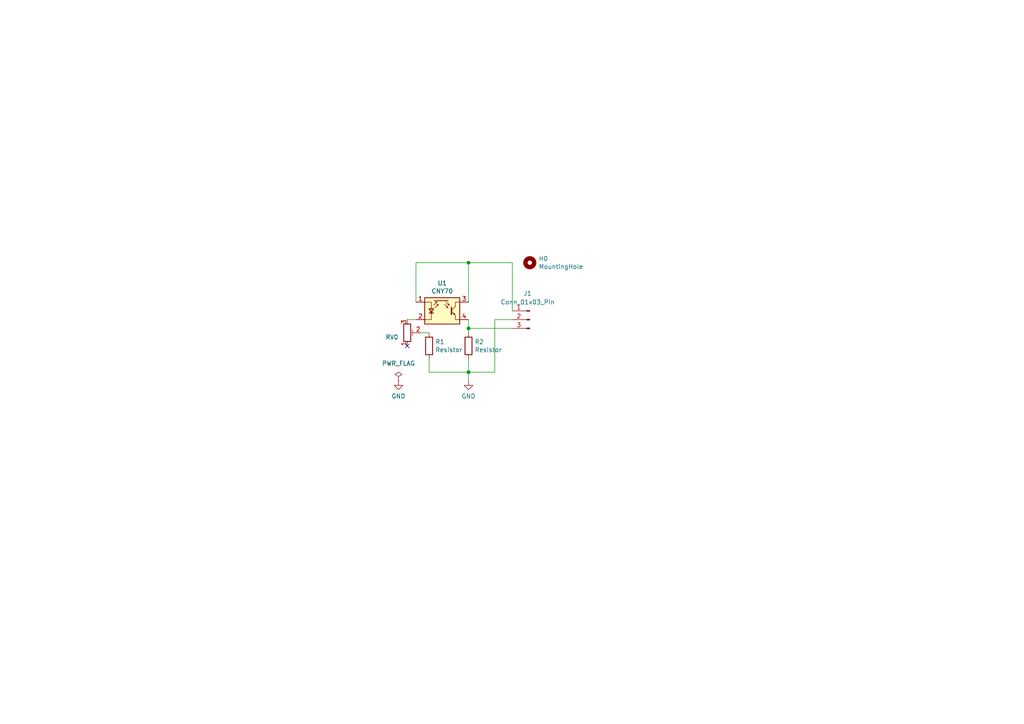
<source format=kicad_sch>
(kicad_sch (version 20231120) (generator "eeschema") (generator_version "8.0")
  (paper "A4")
  (lib_symbols
    (symbol "Connector:Conn_01x03_Pin" (pin_names (offset 1.016) hide)
      (property "Reference" "J" (at 0 5.08 0))
      (property "Value" "Conn_01x03_Pin" (at 0 -5.08 0))
      (symbol "Conn_01x03_Pin_1_1"
        (polyline (pts (xy 1.27 -2.54) (xy 0.8636 -2.54)) (stroke (width 0.1524)))
        (polyline (pts (xy 1.27 0) (xy 0.8636 0)) (stroke (width 0.1524)))
        (polyline (pts (xy 1.27 2.54) (xy 0.8636 2.54)) (stroke (width 0.1524)))
        (rectangle (start 0.8636 -2.413) (end 0 -2.667) (stroke (width 0.1524)) (fill (type outline)))
        (rectangle (start 0.8636 0.127) (end 0 -0.127) (stroke (width 0.1524)) (fill (type outline)))
        (rectangle (start 0.8636 2.667) (end 0 2.413) (stroke (width 0.1524)) (fill (type outline)))
        (pin passive line (at 5.08 2.54 180) (length 3.81) (name "Pin_1") (number "1"))
        (pin passive line (at 5.08 0 180) (length 3.81) (name "Pin_2") (number "2"))
        (pin passive line (at 5.08 -2.54 180) (length 3.81) (name "Pin_3") (number "3"))
      )
    )
    (symbol "Device:R" (pin_numbers hide) (pin_names (offset 0))
      (property "Reference" "R" (at 2.032 0 90))
      (property "Value" "R" (at 0 0 90))
      (symbol "R_0_1"
        (rectangle (start -1.016 -2.54) (end 1.016 2.54) (stroke (width 0.254)))
      )
      (symbol "R_1_1"
        (pin passive line (at 0 3.81 270) (length 1.27) (name "~") (number "1"))
        (pin passive line (at 0 -3.81 90) (length 1.27) (name "~") (number "2"))
      )
    )
    (symbol "Device:R_Potentiometer_Trim" (pin_names (offset 1.016) hide)
      (property "Reference" "RV" (at -4.445 0 90))
      (property "Value" "R_Potentiometer_Trim" (at -2.54 0 90))
      (symbol "R_Potentiometer_Trim_0_1"
        (polyline (pts (xy 1.524 0.762) (xy 1.524 -0.762)))
        (polyline (pts (xy 2.54 0) (xy 1.524 0)))
        (rectangle (start 1.016 2.54) (end -1.016 -2.54) (stroke (width 0.254)))
      )
      (symbol "R_Potentiometer_Trim_1_1"
        (pin passive line (at 0 3.81 270) (length 1.27) (name "1") (number "1"))
        (pin passive line (at 3.81 0 180) (length 1.27) (name "2") (number "2"))
        (pin passive line (at 0 -3.81 90) (length 1.27) (name "3") (number "3"))
      )
    )
    (symbol "GND_1" (power) (pin_numbers hide) (pin_names (offset 0) hide)
      (property "Value" "GND" (at 0 -3.81 0))
      (symbol "GND_1_0_1"
        (polyline (pts (xy 0 0) (xy 0 -1.27) (xy 1.27 -1.27) (xy 0 -2.54) (xy -1.27 -1.27) (xy 0 -1.27)))
      )
      (symbol "GND_1_1_1"
        (pin power_in line (at 0 0 270) (length 0) (name "~") (number "1"))
      )
    )
    (symbol "Mechanical:MountingHole" (pin_names (offset 1.016))
      (property "Reference" "H" (at 0 5.08 0))
      (property "Value" "MountingHole" (at 0 3.175 0))
      (symbol "MountingHole_0_1"
        (circle (center 0 0) (radius 1.27) (stroke (width 1.27)))
      )
    )
    (symbol "PWR_FLAG_1" (power) (pin_numbers hide) (pin_names (offset 0) hide)
      (property "Value" "PWR_FLAG" (at 0 3.81 0))
      (symbol "PWR_FLAG_1_0_0"
        (pin power_out line (at 0 0 90) (length 0) (name "~") (number "1"))
      )
      (symbol "PWR_FLAG_1_0_1"
        (polyline (pts (xy 0 0) (xy 0 1.27) (xy -1.016 1.905) (xy 0 2.54) (xy 1.016 1.905) (xy 0 1.27)))
      )
    )
    (symbol "Sensor_Proximity:CNY70" (pin_names (offset 1.016) hide)
      (property "Reference" "U" (at -5.08 5.08 0))
      (property "Value" "CNY70" (at 5.08 5.08 0))
      (symbol "CNY70_0_1"
        (polyline (pts (xy -3.81 -0.635) (xy -2.54 -0.635)) (stroke (width 0.254)))
        (polyline (pts (xy -2.286 2.921) (xy -2.032 3.175)))
        (polyline (pts (xy -1.778 2.921) (xy -1.524 3.175)))
        (polyline (pts (xy -1.524 2.667) (xy -1.651 2.159)))
        (polyline (pts (xy -1.27 2.921) (xy -1.016 3.175)))
        (polyline (pts (xy -1.143 1.905) (xy -1.27 1.397)))
        (polyline (pts (xy -0.762 2.921) (xy -0.508 3.175)))
        (polyline (pts (xy -0.254 2.921) (xy 0 3.175)))
        (polyline (pts (xy 0.254 2.921) (xy 0.508 3.175)))
        (polyline (pts (xy 0.762 2.921) (xy 1.016 3.175)))
        (polyline (pts (xy 1.27 2.921) (xy 1.524 3.175)))
        (polyline (pts (xy 1.651 0.889) (xy 1.143 1.016)))
        (polyline (pts (xy 1.778 2.921) (xy -2.413 2.921)))
        (polyline (pts (xy 2.032 1.651) (xy 1.524 1.778)))
        (polyline (pts (xy 2.667 -0.127) (xy 3.81 -1.27)))
        (polyline (pts (xy 2.667 0.127) (xy 3.81 1.27)))
        (polyline (pts (xy -2.54 1.651) (xy -1.524 2.667) (xy -2.032 2.54)))
        (polyline (pts (xy -2.159 0.889) (xy -1.143 1.905) (xy -1.651 1.778)))
        (polyline (pts (xy 0.635 1.905) (xy 1.651 0.889) (xy 1.524 1.397)))
        (polyline (pts (xy 1.016 2.667) (xy 2.032 1.651) (xy 1.905 2.159)))
        (polyline (pts (xy 2.667 1.016) (xy 2.667 -1.016) (xy 2.667 -1.016)) (stroke (width 0.3556)))
        (polyline (pts (xy 3.81 -1.27) (xy 3.81 -2.54) (xy 5.08 -2.54)))
        (polyline (pts (xy 3.81 1.27) (xy 3.81 2.54) (xy 5.08 2.54)))
        (polyline (pts (xy -5.08 -2.54) (xy -3.175 -2.54) (xy -3.175 2.54) (xy -5.08 2.54)))
        (polyline (pts (xy -3.175 -0.635) (xy -3.81 0.635) (xy -2.54 0.635) (xy -3.175 -0.635)) (stroke (width 0.254)))
        (polyline (pts (xy 3.683 -1.143) (xy 3.429 -0.635) (xy 3.175 -0.889) (xy 3.683 -1.143)))
        (polyline (pts (xy -5.08 -3.81) (xy 5.08 -3.81) (xy 5.08 3.81) (xy -5.08 3.81) (xy -5.08 -3.81)) (stroke (width 0.254)) (fill (type background)))
      )
      (symbol "CNY70_1_1"
        (pin passive line (at -7.62 2.54 0) (length 2.54) (name "A") (number "1"))
        (pin passive line (at -7.62 -2.54 0) (length 2.54) (name "K") (number "2"))
        (pin open_collector line (at 7.62 2.54 180) (length 2.54) (name "C") (number "3"))
        (pin open_emitter line (at 7.62 -2.54 180) (length 2.54) (name "E") (number "4"))
      )
    )
  )
  (junction (at 135.89 76.2))
  (junction (at 135.89 95.25))
  (junction (at 135.89 107.95))
  (no_connect (at 118.11 100.33))
  (wire (pts (xy 135.89 76.2) (xy 148.59 76.2)))
  (wire (pts (xy 124.46 107.95) (xy 135.89 107.95)))
  (wire (pts (xy 143.51 92.71) (xy 148.59 92.71)))
  (wire (pts (xy 120.65 87.63) (xy 120.65 76.2)))
  (wire (pts (xy 120.65 76.2) (xy 135.89 76.2)))
  (wire (pts (xy 135.89 76.2) (xy 135.89 87.63)))
  (wire (pts (xy 135.89 107.95) (xy 135.89 110.49)))
  (wire (pts (xy 118.11 92.71) (xy 120.65 92.71)))
  (wire (pts (xy 143.51 107.95) (xy 143.51 92.71)))
  (wire (pts (xy 135.89 107.95) (xy 143.51 107.95)))
  (wire (pts (xy 135.89 95.25) (xy 135.89 96.52)))
  (wire (pts (xy 135.89 92.71) (xy 135.89 95.25)))
  (wire (pts (xy 148.59 76.2) (xy 148.59 90.17)))
  (wire (pts (xy 135.89 95.25) (xy 148.59 95.25)))
  (wire (pts (xy 135.89 104.14) (xy 135.89 107.95)))
  (wire (pts (xy 121.92 96.52) (xy 124.46 96.52)))
  (wire (pts (xy 124.46 104.14) (xy 124.46 107.95)))
  (symbol (lib_id "Sensor_Proximity:CNY70") (at 128.27 90.17 0) (unit 1)
    (property "Reference" "U1" (at 128.27 82.1182 0))
    (property "Value" "CNY70" (at 128.27 84.4296 0))
    (property "Footprint" "stem_piano_footprints:Vishay_CNY70" (effects (hide yes)))
  )
  (symbol (lib_id "Device:R") (at 124.46 100.33 0) (unit 1)
    (property "Reference" "R1" (at 126.238 99.1616 0) (effects (justify left)))
    (property "Value" "Resistor" (at 126.238 101.473 0) (effects (justify left)))
    (property "Footprint" "stem_piano_footprints:R_0805_2012_1.20x1.40mm_bigpad" (effects (hide yes)))
  )
  (symbol (lib_id "Device:R") (at 135.89 100.33 0) (unit 1)
    (property "Reference" "R2" (at 137.668 99.1616 0) (effects (justify left)))
    (property "Value" "Resistor" (at 137.668 101.473 0) (effects (justify left)))
    (property "Footprint" "stem_piano_footprints:R_0805_2012_1.20x1.40mm_bigpad" (effects (hide yes)))
  )
  (symbol (lib_id "Mechanical:MountingHole") (at 153.67 76.2 0) (unit 1)
    (property "Reference" "H0" (at 156.21 75.0316 0) (effects (justify left)))
    (property "Value" "MountingHole" (at 156.21 77.343 0) (effects (justify left)))
    (property "Footprint" "MountingHole:MountingHole_3.5mm_Pad_TopBottom" (effects (hide yes)))
  )
  (symbol (lib_id "Device:R_Potentiometer_Trim") (at 118.11 96.52 0) (mirror x) (unit 1)
    (property "Reference" "RV0" (at 115.57 97.7901 0) (effects (justify right)))
    (property "Value" "R_Potentiometer_Trim" (effects (hide yes)))
    (property "Footprint" "stem_piano_footprints:Bourns_3224X_Vertical_bigpads" (effects (hide yes)))
  )
  (symbol (lib_id "Connector:Conn_01x03_Pin") (at 153.67 92.71 0) (mirror y) (unit 1)
    (property "Reference" "J1" (at 153.035 85.09 0))
    (property "Value" "Conn_01x03_Pin" (at 153.035 87.63 0))
    (property "Footprint" "Connector_PinHeader_2.54mm:PinHeader_1x03_P2.54mm_Vertical" (effects (hide yes)))
    (property "Description" "Generic connector, single row, 01x03, script generated" (effects (hide yes)))
  )
  (symbol (lib_name "GND_1") (lib_id "power:GND") (at 135.89 110.49 0) (unit 1)
    (property "Reference" "#PWR02" (effects (hide yes)))
    (property "Value" "GND" (at 135.89 114.935 0))
    (property "Description" "Power symbol creates a global label with name \"GND\" , ground" (effects (hide yes)))
  )
  (symbol (lib_name "PWR_FLAG_1") (lib_id "power:PWR_FLAG") (at 115.57 110.49 0) (unit 1)
    (property "Reference" "#FLG01" (effects (hide yes)))
    (property "Value" "PWR_FLAG" (at 115.57 105.41 0))
    (property "Description" "Special symbol for telling ERC where power comes from" (effects (hide yes)))
  )
  (symbol (lib_name "GND_1") (lib_id "power:GND") (at 115.57 110.49 0) (unit 1)
    (property "Reference" "#PWR01" (effects (hide yes)))
    (property "Value" "GND" (at 115.57 114.935 0))
    (property "Description" "Power symbol creates a global label with name \"GND\" , ground" (effects (hide yes)))
  )
)
</source>
